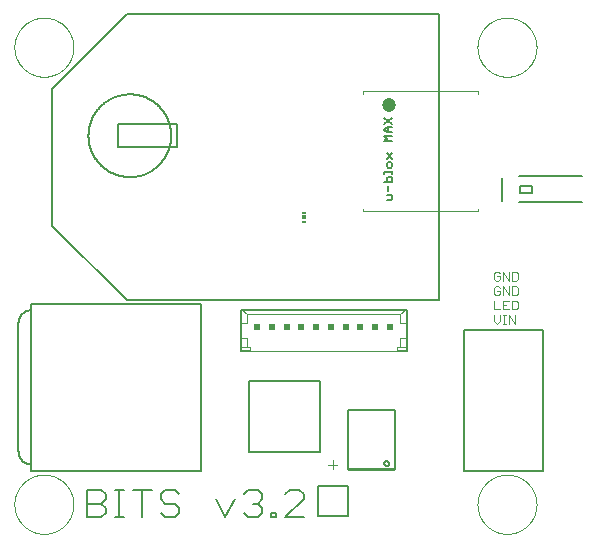
<source format=gbr>
G04 EAGLE Gerber RS-274X export*
G75*
%MOMM*%
%FSLAX34Y34*%
%LPD*%
%INSilkscreen Top*%
%IPPOS*%
%AMOC8*
5,1,8,0,0,1.08239X$1,22.5*%
G01*
%ADD10C,0.025400*%
%ADD11C,0.203200*%
%ADD12C,0.076200*%
%ADD13C,0.050800*%
%ADD14R,0.500000X0.625000*%
%ADD15R,0.300000X0.150000*%
%ADD16R,0.300000X0.300000*%
%ADD17C,0.100000*%
%ADD18C,0.127000*%
%ADD19C,1.200000*%
%ADD20C,0.128056*%
%ADD21C,0.101600*%


D10*
X188960Y-11680D02*
X188968Y-11066D01*
X188990Y-10453D01*
X189028Y-9841D01*
X189080Y-9230D01*
X189148Y-8620D01*
X189231Y-8012D01*
X189328Y-7406D01*
X189440Y-6803D01*
X189567Y-6202D01*
X189709Y-5605D01*
X189866Y-5012D01*
X190036Y-4423D01*
X190222Y-3838D01*
X190421Y-3258D01*
X190635Y-2683D01*
X190863Y-2113D01*
X191105Y-1549D01*
X191360Y-991D01*
X191629Y-440D01*
X191912Y105D01*
X192208Y642D01*
X192517Y1173D01*
X192839Y1695D01*
X193173Y2209D01*
X193520Y2715D01*
X193880Y3212D01*
X194251Y3701D01*
X194635Y4180D01*
X195030Y4649D01*
X195436Y5109D01*
X195854Y5559D01*
X196282Y5998D01*
X196721Y6426D01*
X197171Y6844D01*
X197631Y7250D01*
X198100Y7645D01*
X198579Y8029D01*
X199068Y8400D01*
X199565Y8760D01*
X200071Y9107D01*
X200585Y9441D01*
X201107Y9763D01*
X201638Y10072D01*
X202175Y10368D01*
X202720Y10651D01*
X203271Y10920D01*
X203829Y11175D01*
X204393Y11417D01*
X204963Y11645D01*
X205538Y11859D01*
X206118Y12058D01*
X206703Y12244D01*
X207292Y12414D01*
X207885Y12571D01*
X208482Y12713D01*
X209083Y12840D01*
X209686Y12952D01*
X210292Y13049D01*
X210900Y13132D01*
X211510Y13200D01*
X212121Y13252D01*
X212733Y13290D01*
X213346Y13312D01*
X213960Y13320D01*
X214574Y13312D01*
X215187Y13290D01*
X215799Y13252D01*
X216410Y13200D01*
X217020Y13132D01*
X217628Y13049D01*
X218234Y12952D01*
X218837Y12840D01*
X219438Y12713D01*
X220035Y12571D01*
X220628Y12414D01*
X221217Y12244D01*
X221802Y12058D01*
X222382Y11859D01*
X222957Y11645D01*
X223527Y11417D01*
X224091Y11175D01*
X224649Y10920D01*
X225200Y10651D01*
X225745Y10368D01*
X226282Y10072D01*
X226813Y9763D01*
X227335Y9441D01*
X227849Y9107D01*
X228355Y8760D01*
X228852Y8400D01*
X229341Y8029D01*
X229820Y7645D01*
X230289Y7250D01*
X230749Y6844D01*
X231199Y6426D01*
X231638Y5998D01*
X232066Y5559D01*
X232484Y5109D01*
X232890Y4649D01*
X233285Y4180D01*
X233669Y3701D01*
X234040Y3212D01*
X234400Y2715D01*
X234747Y2209D01*
X235081Y1695D01*
X235403Y1173D01*
X235712Y642D01*
X236008Y105D01*
X236291Y-440D01*
X236560Y-991D01*
X236815Y-1549D01*
X237057Y-2113D01*
X237285Y-2683D01*
X237499Y-3258D01*
X237698Y-3838D01*
X237884Y-4423D01*
X238054Y-5012D01*
X238211Y-5605D01*
X238353Y-6202D01*
X238480Y-6803D01*
X238592Y-7406D01*
X238689Y-8012D01*
X238772Y-8620D01*
X238840Y-9230D01*
X238892Y-9841D01*
X238930Y-10453D01*
X238952Y-11066D01*
X238960Y-11680D01*
X238952Y-12294D01*
X238930Y-12907D01*
X238892Y-13519D01*
X238840Y-14130D01*
X238772Y-14740D01*
X238689Y-15348D01*
X238592Y-15954D01*
X238480Y-16557D01*
X238353Y-17158D01*
X238211Y-17755D01*
X238054Y-18348D01*
X237884Y-18937D01*
X237698Y-19522D01*
X237499Y-20102D01*
X237285Y-20677D01*
X237057Y-21247D01*
X236815Y-21811D01*
X236560Y-22369D01*
X236291Y-22920D01*
X236008Y-23465D01*
X235712Y-24002D01*
X235403Y-24533D01*
X235081Y-25055D01*
X234747Y-25569D01*
X234400Y-26075D01*
X234040Y-26572D01*
X233669Y-27061D01*
X233285Y-27540D01*
X232890Y-28009D01*
X232484Y-28469D01*
X232066Y-28919D01*
X231638Y-29358D01*
X231199Y-29786D01*
X230749Y-30204D01*
X230289Y-30610D01*
X229820Y-31005D01*
X229341Y-31389D01*
X228852Y-31760D01*
X228355Y-32120D01*
X227849Y-32467D01*
X227335Y-32801D01*
X226813Y-33123D01*
X226282Y-33432D01*
X225745Y-33728D01*
X225200Y-34011D01*
X224649Y-34280D01*
X224091Y-34535D01*
X223527Y-34777D01*
X222957Y-35005D01*
X222382Y-35219D01*
X221802Y-35418D01*
X221217Y-35604D01*
X220628Y-35774D01*
X220035Y-35931D01*
X219438Y-36073D01*
X218837Y-36200D01*
X218234Y-36312D01*
X217628Y-36409D01*
X217020Y-36492D01*
X216410Y-36560D01*
X215799Y-36612D01*
X215187Y-36650D01*
X214574Y-36672D01*
X213960Y-36680D01*
X213346Y-36672D01*
X212733Y-36650D01*
X212121Y-36612D01*
X211510Y-36560D01*
X210900Y-36492D01*
X210292Y-36409D01*
X209686Y-36312D01*
X209083Y-36200D01*
X208482Y-36073D01*
X207885Y-35931D01*
X207292Y-35774D01*
X206703Y-35604D01*
X206118Y-35418D01*
X205538Y-35219D01*
X204963Y-35005D01*
X204393Y-34777D01*
X203829Y-34535D01*
X203271Y-34280D01*
X202720Y-34011D01*
X202175Y-33728D01*
X201638Y-33432D01*
X201107Y-33123D01*
X200585Y-32801D01*
X200071Y-32467D01*
X199565Y-32120D01*
X199068Y-31760D01*
X198579Y-31389D01*
X198100Y-31005D01*
X197631Y-30610D01*
X197171Y-30204D01*
X196721Y-29786D01*
X196282Y-29358D01*
X195854Y-28919D01*
X195436Y-28469D01*
X195030Y-28009D01*
X194635Y-27540D01*
X194251Y-27061D01*
X193880Y-26572D01*
X193520Y-26075D01*
X193173Y-25569D01*
X192839Y-25055D01*
X192517Y-24533D01*
X192208Y-24002D01*
X191912Y-23465D01*
X191629Y-22920D01*
X191360Y-22369D01*
X191105Y-21811D01*
X190863Y-21247D01*
X190635Y-20677D01*
X190421Y-20102D01*
X190222Y-19522D01*
X190036Y-18937D01*
X189866Y-18348D01*
X189709Y-17755D01*
X189567Y-17158D01*
X189440Y-16557D01*
X189328Y-15954D01*
X189231Y-15348D01*
X189148Y-14740D01*
X189080Y-14130D01*
X189028Y-13519D01*
X188990Y-12907D01*
X188968Y-12294D01*
X188960Y-11680D01*
X581040Y-11680D02*
X581048Y-11066D01*
X581070Y-10453D01*
X581108Y-9841D01*
X581160Y-9230D01*
X581228Y-8620D01*
X581311Y-8012D01*
X581408Y-7406D01*
X581520Y-6803D01*
X581647Y-6202D01*
X581789Y-5605D01*
X581946Y-5012D01*
X582116Y-4423D01*
X582302Y-3838D01*
X582501Y-3258D01*
X582715Y-2683D01*
X582943Y-2113D01*
X583185Y-1549D01*
X583440Y-991D01*
X583709Y-440D01*
X583992Y105D01*
X584288Y642D01*
X584597Y1173D01*
X584919Y1695D01*
X585253Y2209D01*
X585600Y2715D01*
X585960Y3212D01*
X586331Y3701D01*
X586715Y4180D01*
X587110Y4649D01*
X587516Y5109D01*
X587934Y5559D01*
X588362Y5998D01*
X588801Y6426D01*
X589251Y6844D01*
X589711Y7250D01*
X590180Y7645D01*
X590659Y8029D01*
X591148Y8400D01*
X591645Y8760D01*
X592151Y9107D01*
X592665Y9441D01*
X593187Y9763D01*
X593718Y10072D01*
X594255Y10368D01*
X594800Y10651D01*
X595351Y10920D01*
X595909Y11175D01*
X596473Y11417D01*
X597043Y11645D01*
X597618Y11859D01*
X598198Y12058D01*
X598783Y12244D01*
X599372Y12414D01*
X599965Y12571D01*
X600562Y12713D01*
X601163Y12840D01*
X601766Y12952D01*
X602372Y13049D01*
X602980Y13132D01*
X603590Y13200D01*
X604201Y13252D01*
X604813Y13290D01*
X605426Y13312D01*
X606040Y13320D01*
X606654Y13312D01*
X607267Y13290D01*
X607879Y13252D01*
X608490Y13200D01*
X609100Y13132D01*
X609708Y13049D01*
X610314Y12952D01*
X610917Y12840D01*
X611518Y12713D01*
X612115Y12571D01*
X612708Y12414D01*
X613297Y12244D01*
X613882Y12058D01*
X614462Y11859D01*
X615037Y11645D01*
X615607Y11417D01*
X616171Y11175D01*
X616729Y10920D01*
X617280Y10651D01*
X617825Y10368D01*
X618362Y10072D01*
X618893Y9763D01*
X619415Y9441D01*
X619929Y9107D01*
X620435Y8760D01*
X620932Y8400D01*
X621421Y8029D01*
X621900Y7645D01*
X622369Y7250D01*
X622829Y6844D01*
X623279Y6426D01*
X623718Y5998D01*
X624146Y5559D01*
X624564Y5109D01*
X624970Y4649D01*
X625365Y4180D01*
X625749Y3701D01*
X626120Y3212D01*
X626480Y2715D01*
X626827Y2209D01*
X627161Y1695D01*
X627483Y1173D01*
X627792Y642D01*
X628088Y105D01*
X628371Y-440D01*
X628640Y-991D01*
X628895Y-1549D01*
X629137Y-2113D01*
X629365Y-2683D01*
X629579Y-3258D01*
X629778Y-3838D01*
X629964Y-4423D01*
X630134Y-5012D01*
X630291Y-5605D01*
X630433Y-6202D01*
X630560Y-6803D01*
X630672Y-7406D01*
X630769Y-8012D01*
X630852Y-8620D01*
X630920Y-9230D01*
X630972Y-9841D01*
X631010Y-10453D01*
X631032Y-11066D01*
X631040Y-11680D01*
X631032Y-12294D01*
X631010Y-12907D01*
X630972Y-13519D01*
X630920Y-14130D01*
X630852Y-14740D01*
X630769Y-15348D01*
X630672Y-15954D01*
X630560Y-16557D01*
X630433Y-17158D01*
X630291Y-17755D01*
X630134Y-18348D01*
X629964Y-18937D01*
X629778Y-19522D01*
X629579Y-20102D01*
X629365Y-20677D01*
X629137Y-21247D01*
X628895Y-21811D01*
X628640Y-22369D01*
X628371Y-22920D01*
X628088Y-23465D01*
X627792Y-24002D01*
X627483Y-24533D01*
X627161Y-25055D01*
X626827Y-25569D01*
X626480Y-26075D01*
X626120Y-26572D01*
X625749Y-27061D01*
X625365Y-27540D01*
X624970Y-28009D01*
X624564Y-28469D01*
X624146Y-28919D01*
X623718Y-29358D01*
X623279Y-29786D01*
X622829Y-30204D01*
X622369Y-30610D01*
X621900Y-31005D01*
X621421Y-31389D01*
X620932Y-31760D01*
X620435Y-32120D01*
X619929Y-32467D01*
X619415Y-32801D01*
X618893Y-33123D01*
X618362Y-33432D01*
X617825Y-33728D01*
X617280Y-34011D01*
X616729Y-34280D01*
X616171Y-34535D01*
X615607Y-34777D01*
X615037Y-35005D01*
X614462Y-35219D01*
X613882Y-35418D01*
X613297Y-35604D01*
X612708Y-35774D01*
X612115Y-35931D01*
X611518Y-36073D01*
X610917Y-36200D01*
X610314Y-36312D01*
X609708Y-36409D01*
X609100Y-36492D01*
X608490Y-36560D01*
X607879Y-36612D01*
X607267Y-36650D01*
X606654Y-36672D01*
X606040Y-36680D01*
X605426Y-36672D01*
X604813Y-36650D01*
X604201Y-36612D01*
X603590Y-36560D01*
X602980Y-36492D01*
X602372Y-36409D01*
X601766Y-36312D01*
X601163Y-36200D01*
X600562Y-36073D01*
X599965Y-35931D01*
X599372Y-35774D01*
X598783Y-35604D01*
X598198Y-35418D01*
X597618Y-35219D01*
X597043Y-35005D01*
X596473Y-34777D01*
X595909Y-34535D01*
X595351Y-34280D01*
X594800Y-34011D01*
X594255Y-33728D01*
X593718Y-33432D01*
X593187Y-33123D01*
X592665Y-32801D01*
X592151Y-32467D01*
X591645Y-32120D01*
X591148Y-31760D01*
X590659Y-31389D01*
X590180Y-31005D01*
X589711Y-30610D01*
X589251Y-30204D01*
X588801Y-29786D01*
X588362Y-29358D01*
X587934Y-28919D01*
X587516Y-28469D01*
X587110Y-28009D01*
X586715Y-27540D01*
X586331Y-27061D01*
X585960Y-26572D01*
X585600Y-26075D01*
X585253Y-25569D01*
X584919Y-25055D01*
X584597Y-24533D01*
X584288Y-24002D01*
X583992Y-23465D01*
X583709Y-22920D01*
X583440Y-22369D01*
X583185Y-21811D01*
X582943Y-21247D01*
X582715Y-20677D01*
X582501Y-20102D01*
X582302Y-19522D01*
X582116Y-18937D01*
X581946Y-18348D01*
X581789Y-17755D01*
X581647Y-17158D01*
X581520Y-16557D01*
X581408Y-15954D01*
X581311Y-15348D01*
X581228Y-14740D01*
X581160Y-14130D01*
X581108Y-13519D01*
X581070Y-12907D01*
X581048Y-12294D01*
X581040Y-11680D01*
X581040Y375320D02*
X581048Y375934D01*
X581070Y376547D01*
X581108Y377159D01*
X581160Y377770D01*
X581228Y378380D01*
X581311Y378988D01*
X581408Y379594D01*
X581520Y380197D01*
X581647Y380798D01*
X581789Y381395D01*
X581946Y381988D01*
X582116Y382577D01*
X582302Y383162D01*
X582501Y383742D01*
X582715Y384317D01*
X582943Y384887D01*
X583185Y385451D01*
X583440Y386009D01*
X583709Y386560D01*
X583992Y387105D01*
X584288Y387642D01*
X584597Y388173D01*
X584919Y388695D01*
X585253Y389209D01*
X585600Y389715D01*
X585960Y390212D01*
X586331Y390701D01*
X586715Y391180D01*
X587110Y391649D01*
X587516Y392109D01*
X587934Y392559D01*
X588362Y392998D01*
X588801Y393426D01*
X589251Y393844D01*
X589711Y394250D01*
X590180Y394645D01*
X590659Y395029D01*
X591148Y395400D01*
X591645Y395760D01*
X592151Y396107D01*
X592665Y396441D01*
X593187Y396763D01*
X593718Y397072D01*
X594255Y397368D01*
X594800Y397651D01*
X595351Y397920D01*
X595909Y398175D01*
X596473Y398417D01*
X597043Y398645D01*
X597618Y398859D01*
X598198Y399058D01*
X598783Y399244D01*
X599372Y399414D01*
X599965Y399571D01*
X600562Y399713D01*
X601163Y399840D01*
X601766Y399952D01*
X602372Y400049D01*
X602980Y400132D01*
X603590Y400200D01*
X604201Y400252D01*
X604813Y400290D01*
X605426Y400312D01*
X606040Y400320D01*
X606654Y400312D01*
X607267Y400290D01*
X607879Y400252D01*
X608490Y400200D01*
X609100Y400132D01*
X609708Y400049D01*
X610314Y399952D01*
X610917Y399840D01*
X611518Y399713D01*
X612115Y399571D01*
X612708Y399414D01*
X613297Y399244D01*
X613882Y399058D01*
X614462Y398859D01*
X615037Y398645D01*
X615607Y398417D01*
X616171Y398175D01*
X616729Y397920D01*
X617280Y397651D01*
X617825Y397368D01*
X618362Y397072D01*
X618893Y396763D01*
X619415Y396441D01*
X619929Y396107D01*
X620435Y395760D01*
X620932Y395400D01*
X621421Y395029D01*
X621900Y394645D01*
X622369Y394250D01*
X622829Y393844D01*
X623279Y393426D01*
X623718Y392998D01*
X624146Y392559D01*
X624564Y392109D01*
X624970Y391649D01*
X625365Y391180D01*
X625749Y390701D01*
X626120Y390212D01*
X626480Y389715D01*
X626827Y389209D01*
X627161Y388695D01*
X627483Y388173D01*
X627792Y387642D01*
X628088Y387105D01*
X628371Y386560D01*
X628640Y386009D01*
X628895Y385451D01*
X629137Y384887D01*
X629365Y384317D01*
X629579Y383742D01*
X629778Y383162D01*
X629964Y382577D01*
X630134Y381988D01*
X630291Y381395D01*
X630433Y380798D01*
X630560Y380197D01*
X630672Y379594D01*
X630769Y378988D01*
X630852Y378380D01*
X630920Y377770D01*
X630972Y377159D01*
X631010Y376547D01*
X631032Y375934D01*
X631040Y375320D01*
X631032Y374706D01*
X631010Y374093D01*
X630972Y373481D01*
X630920Y372870D01*
X630852Y372260D01*
X630769Y371652D01*
X630672Y371046D01*
X630560Y370443D01*
X630433Y369842D01*
X630291Y369245D01*
X630134Y368652D01*
X629964Y368063D01*
X629778Y367478D01*
X629579Y366898D01*
X629365Y366323D01*
X629137Y365753D01*
X628895Y365189D01*
X628640Y364631D01*
X628371Y364080D01*
X628088Y363535D01*
X627792Y362998D01*
X627483Y362467D01*
X627161Y361945D01*
X626827Y361431D01*
X626480Y360925D01*
X626120Y360428D01*
X625749Y359939D01*
X625365Y359460D01*
X624970Y358991D01*
X624564Y358531D01*
X624146Y358081D01*
X623718Y357642D01*
X623279Y357214D01*
X622829Y356796D01*
X622369Y356390D01*
X621900Y355995D01*
X621421Y355611D01*
X620932Y355240D01*
X620435Y354880D01*
X619929Y354533D01*
X619415Y354199D01*
X618893Y353877D01*
X618362Y353568D01*
X617825Y353272D01*
X617280Y352989D01*
X616729Y352720D01*
X616171Y352465D01*
X615607Y352223D01*
X615037Y351995D01*
X614462Y351781D01*
X613882Y351582D01*
X613297Y351396D01*
X612708Y351226D01*
X612115Y351069D01*
X611518Y350927D01*
X610917Y350800D01*
X610314Y350688D01*
X609708Y350591D01*
X609100Y350508D01*
X608490Y350440D01*
X607879Y350388D01*
X607267Y350350D01*
X606654Y350328D01*
X606040Y350320D01*
X605426Y350328D01*
X604813Y350350D01*
X604201Y350388D01*
X603590Y350440D01*
X602980Y350508D01*
X602372Y350591D01*
X601766Y350688D01*
X601163Y350800D01*
X600562Y350927D01*
X599965Y351069D01*
X599372Y351226D01*
X598783Y351396D01*
X598198Y351582D01*
X597618Y351781D01*
X597043Y351995D01*
X596473Y352223D01*
X595909Y352465D01*
X595351Y352720D01*
X594800Y352989D01*
X594255Y353272D01*
X593718Y353568D01*
X593187Y353877D01*
X592665Y354199D01*
X592151Y354533D01*
X591645Y354880D01*
X591148Y355240D01*
X590659Y355611D01*
X590180Y355995D01*
X589711Y356390D01*
X589251Y356796D01*
X588801Y357214D01*
X588362Y357642D01*
X587934Y358081D01*
X587516Y358531D01*
X587110Y358991D01*
X586715Y359460D01*
X586331Y359939D01*
X585960Y360428D01*
X585600Y360925D01*
X585253Y361431D01*
X584919Y361945D01*
X584597Y362467D01*
X584288Y362998D01*
X583992Y363535D01*
X583709Y364080D01*
X583440Y364631D01*
X583185Y365189D01*
X582943Y365753D01*
X582715Y366323D01*
X582501Y366898D01*
X582302Y367478D01*
X582116Y368063D01*
X581946Y368652D01*
X581789Y369245D01*
X581647Y369842D01*
X581520Y370443D01*
X581408Y371046D01*
X581311Y371652D01*
X581228Y372260D01*
X581160Y372870D01*
X581108Y373481D01*
X581070Y374093D01*
X581048Y374706D01*
X581040Y375320D01*
X188960Y375320D02*
X188968Y375934D01*
X188990Y376547D01*
X189028Y377159D01*
X189080Y377770D01*
X189148Y378380D01*
X189231Y378988D01*
X189328Y379594D01*
X189440Y380197D01*
X189567Y380798D01*
X189709Y381395D01*
X189866Y381988D01*
X190036Y382577D01*
X190222Y383162D01*
X190421Y383742D01*
X190635Y384317D01*
X190863Y384887D01*
X191105Y385451D01*
X191360Y386009D01*
X191629Y386560D01*
X191912Y387105D01*
X192208Y387642D01*
X192517Y388173D01*
X192839Y388695D01*
X193173Y389209D01*
X193520Y389715D01*
X193880Y390212D01*
X194251Y390701D01*
X194635Y391180D01*
X195030Y391649D01*
X195436Y392109D01*
X195854Y392559D01*
X196282Y392998D01*
X196721Y393426D01*
X197171Y393844D01*
X197631Y394250D01*
X198100Y394645D01*
X198579Y395029D01*
X199068Y395400D01*
X199565Y395760D01*
X200071Y396107D01*
X200585Y396441D01*
X201107Y396763D01*
X201638Y397072D01*
X202175Y397368D01*
X202720Y397651D01*
X203271Y397920D01*
X203829Y398175D01*
X204393Y398417D01*
X204963Y398645D01*
X205538Y398859D01*
X206118Y399058D01*
X206703Y399244D01*
X207292Y399414D01*
X207885Y399571D01*
X208482Y399713D01*
X209083Y399840D01*
X209686Y399952D01*
X210292Y400049D01*
X210900Y400132D01*
X211510Y400200D01*
X212121Y400252D01*
X212733Y400290D01*
X213346Y400312D01*
X213960Y400320D01*
X214574Y400312D01*
X215187Y400290D01*
X215799Y400252D01*
X216410Y400200D01*
X217020Y400132D01*
X217628Y400049D01*
X218234Y399952D01*
X218837Y399840D01*
X219438Y399713D01*
X220035Y399571D01*
X220628Y399414D01*
X221217Y399244D01*
X221802Y399058D01*
X222382Y398859D01*
X222957Y398645D01*
X223527Y398417D01*
X224091Y398175D01*
X224649Y397920D01*
X225200Y397651D01*
X225745Y397368D01*
X226282Y397072D01*
X226813Y396763D01*
X227335Y396441D01*
X227849Y396107D01*
X228355Y395760D01*
X228852Y395400D01*
X229341Y395029D01*
X229820Y394645D01*
X230289Y394250D01*
X230749Y393844D01*
X231199Y393426D01*
X231638Y392998D01*
X232066Y392559D01*
X232484Y392109D01*
X232890Y391649D01*
X233285Y391180D01*
X233669Y390701D01*
X234040Y390212D01*
X234400Y389715D01*
X234747Y389209D01*
X235081Y388695D01*
X235403Y388173D01*
X235712Y387642D01*
X236008Y387105D01*
X236291Y386560D01*
X236560Y386009D01*
X236815Y385451D01*
X237057Y384887D01*
X237285Y384317D01*
X237499Y383742D01*
X237698Y383162D01*
X237884Y382577D01*
X238054Y381988D01*
X238211Y381395D01*
X238353Y380798D01*
X238480Y380197D01*
X238592Y379594D01*
X238689Y378988D01*
X238772Y378380D01*
X238840Y377770D01*
X238892Y377159D01*
X238930Y376547D01*
X238952Y375934D01*
X238960Y375320D01*
X238952Y374706D01*
X238930Y374093D01*
X238892Y373481D01*
X238840Y372870D01*
X238772Y372260D01*
X238689Y371652D01*
X238592Y371046D01*
X238480Y370443D01*
X238353Y369842D01*
X238211Y369245D01*
X238054Y368652D01*
X237884Y368063D01*
X237698Y367478D01*
X237499Y366898D01*
X237285Y366323D01*
X237057Y365753D01*
X236815Y365189D01*
X236560Y364631D01*
X236291Y364080D01*
X236008Y363535D01*
X235712Y362998D01*
X235403Y362467D01*
X235081Y361945D01*
X234747Y361431D01*
X234400Y360925D01*
X234040Y360428D01*
X233669Y359939D01*
X233285Y359460D01*
X232890Y358991D01*
X232484Y358531D01*
X232066Y358081D01*
X231638Y357642D01*
X231199Y357214D01*
X230749Y356796D01*
X230289Y356390D01*
X229820Y355995D01*
X229341Y355611D01*
X228852Y355240D01*
X228355Y354880D01*
X227849Y354533D01*
X227335Y354199D01*
X226813Y353877D01*
X226282Y353568D01*
X225745Y353272D01*
X225200Y352989D01*
X224649Y352720D01*
X224091Y352465D01*
X223527Y352223D01*
X222957Y351995D01*
X222382Y351781D01*
X221802Y351582D01*
X221217Y351396D01*
X220628Y351226D01*
X220035Y351069D01*
X219438Y350927D01*
X218837Y350800D01*
X218234Y350688D01*
X217628Y350591D01*
X217020Y350508D01*
X216410Y350440D01*
X215799Y350388D01*
X215187Y350350D01*
X214574Y350328D01*
X213960Y350320D01*
X213346Y350328D01*
X212733Y350350D01*
X212121Y350388D01*
X211510Y350440D01*
X210900Y350508D01*
X210292Y350591D01*
X209686Y350688D01*
X209083Y350800D01*
X208482Y350927D01*
X207885Y351069D01*
X207292Y351226D01*
X206703Y351396D01*
X206118Y351582D01*
X205538Y351781D01*
X204963Y351995D01*
X204393Y352223D01*
X203829Y352465D01*
X203271Y352720D01*
X202720Y352989D01*
X202175Y353272D01*
X201638Y353568D01*
X201107Y353877D01*
X200585Y354199D01*
X200071Y354533D01*
X199565Y354880D01*
X199068Y355240D01*
X198579Y355611D01*
X198100Y355995D01*
X197631Y356390D01*
X197171Y356796D01*
X196721Y357214D01*
X196282Y357642D01*
X195854Y358081D01*
X195436Y358531D01*
X195030Y358991D01*
X194635Y359460D01*
X194251Y359939D01*
X193880Y360428D01*
X193520Y360925D01*
X193173Y361431D01*
X192839Y361945D01*
X192517Y362467D01*
X192208Y362998D01*
X191912Y363535D01*
X191629Y364080D01*
X191360Y364631D01*
X191105Y365189D01*
X190863Y365753D01*
X190635Y366323D01*
X190421Y366898D01*
X190222Y367478D01*
X190036Y368063D01*
X189866Y368652D01*
X189709Y369245D01*
X189567Y369842D01*
X189440Y370443D01*
X189328Y371046D01*
X189231Y371652D01*
X189148Y372260D01*
X189080Y372870D01*
X189028Y373481D01*
X188990Y374093D01*
X188968Y374706D01*
X188960Y375320D01*
D11*
X250617Y652D02*
X250617Y-22736D01*
X250617Y652D02*
X262311Y652D01*
X266209Y-3246D01*
X266209Y-7144D01*
X262311Y-11042D01*
X266209Y-14940D01*
X266209Y-18838D01*
X262311Y-22736D01*
X250617Y-22736D01*
X250617Y-11042D02*
X262311Y-11042D01*
X274005Y-22736D02*
X281801Y-22736D01*
X277903Y-22736D02*
X277903Y652D01*
X274005Y652D02*
X281801Y652D01*
X297393Y652D02*
X297393Y-22736D01*
X289597Y652D02*
X305189Y652D01*
X324679Y652D02*
X328577Y-3246D01*
X324679Y652D02*
X316883Y652D01*
X312985Y-3246D01*
X312985Y-7144D01*
X316883Y-11042D01*
X324679Y-11042D01*
X328577Y-14940D01*
X328577Y-18838D01*
X324679Y-22736D01*
X316883Y-22736D01*
X312985Y-18838D01*
X359761Y-7144D02*
X367557Y-22736D01*
X375353Y-7144D01*
X383149Y-3246D02*
X387047Y652D01*
X394843Y652D01*
X398741Y-3246D01*
X398741Y-7144D01*
X394843Y-11042D01*
X390945Y-11042D01*
X394843Y-11042D02*
X398741Y-14940D01*
X398741Y-18838D01*
X394843Y-22736D01*
X387047Y-22736D01*
X383149Y-18838D01*
X406537Y-18838D02*
X406537Y-22736D01*
X406537Y-18838D02*
X410435Y-18838D01*
X410435Y-22736D01*
X406537Y-22736D01*
X418231Y-22736D02*
X433823Y-22736D01*
X418231Y-22736D02*
X433823Y-7144D01*
X433823Y-3246D01*
X429925Y652D01*
X422129Y652D01*
X418231Y-3246D01*
D12*
X600063Y183817D02*
X598835Y185045D01*
X596377Y185045D01*
X595149Y183817D01*
X595149Y178902D01*
X596377Y177673D01*
X598835Y177673D01*
X600063Y178902D01*
X600063Y181359D01*
X597606Y181359D01*
X602633Y177673D02*
X602633Y185045D01*
X607548Y177673D01*
X607548Y185045D01*
X610117Y185045D02*
X610117Y177673D01*
X613803Y177673D01*
X615032Y178902D01*
X615032Y183817D01*
X613803Y185045D01*
X610117Y185045D01*
X598835Y172853D02*
X600063Y171625D01*
X598835Y172853D02*
X596377Y172853D01*
X595149Y171625D01*
X595149Y166710D01*
X596377Y165481D01*
X598835Y165481D01*
X600063Y166710D01*
X600063Y169167D01*
X597606Y169167D01*
X602633Y165481D02*
X602633Y172853D01*
X607548Y165481D01*
X607548Y172853D01*
X610117Y172853D02*
X610117Y165481D01*
X613803Y165481D01*
X615032Y166710D01*
X615032Y171625D01*
X613803Y172853D01*
X610117Y172853D01*
X595149Y160661D02*
X595149Y153289D01*
X600063Y153289D01*
X602633Y160661D02*
X607548Y160661D01*
X602633Y160661D02*
X602633Y153289D01*
X607548Y153289D01*
X605090Y156975D02*
X602633Y156975D01*
X610117Y160661D02*
X610117Y153289D01*
X613803Y153289D01*
X615032Y154518D01*
X615032Y159433D01*
X613803Y160661D01*
X610117Y160661D01*
X595149Y148469D02*
X595149Y143554D01*
X597606Y141097D01*
X600063Y143554D01*
X600063Y148469D01*
X602633Y141097D02*
X605090Y141097D01*
X603861Y141097D02*
X603861Y148469D01*
X602633Y148469D02*
X605090Y148469D01*
X607622Y148469D02*
X607622Y141097D01*
X612537Y141097D02*
X607622Y148469D01*
X612537Y148469D02*
X612537Y141097D01*
D11*
X388236Y117858D02*
X380486Y117858D01*
D13*
X388236Y117858D02*
X513236Y117858D01*
D11*
X520986Y117858D01*
X520986Y152858D01*
X519486Y152858D01*
X381986Y152858D01*
X380486Y152858D01*
X380486Y117858D01*
D13*
X380736Y141608D02*
X385736Y141608D01*
X515736Y141608D02*
X520736Y141608D01*
X385736Y129108D02*
X380736Y129108D01*
X385736Y129108D02*
X385736Y121608D01*
X515736Y129108D02*
X520736Y129108D01*
X515736Y129108D02*
X515736Y121608D01*
X385736Y141608D02*
X385736Y149108D01*
X515736Y149108D01*
X515736Y141608D01*
X385736Y149108D02*
X381986Y152858D01*
X515736Y149108D02*
X519486Y152858D01*
X385736Y121608D02*
X380736Y121608D01*
X385736Y121608D02*
X388236Y121608D01*
X388236Y117858D01*
X515736Y121608D02*
X520736Y121608D01*
X515736Y121608D02*
X513236Y121608D01*
X513236Y117858D01*
D14*
X394486Y138483D03*
X406986Y138483D03*
X419486Y138483D03*
X431986Y138483D03*
X444486Y138483D03*
X456986Y138483D03*
X469486Y138483D03*
X481986Y138483D03*
X494486Y138483D03*
X506986Y138483D03*
D15*
X433878Y235198D03*
X433878Y227698D03*
D16*
X433878Y231448D03*
D17*
X581286Y335481D02*
X581286Y337981D01*
X484286Y337981D01*
X484286Y335481D01*
X484286Y236981D02*
X581286Y236981D01*
X484286Y236981D02*
X484286Y238481D01*
X581286Y238481D02*
X581286Y236981D01*
D18*
X507548Y245832D02*
X504116Y245832D01*
X507548Y245832D02*
X508692Y246976D01*
X508692Y250408D01*
X504116Y250408D01*
X505260Y253316D02*
X505260Y257892D01*
X501828Y260800D02*
X508692Y260800D01*
X508692Y264232D01*
X507548Y265376D01*
X505260Y265376D01*
X504116Y264232D01*
X504116Y260800D01*
X501828Y268284D02*
X501828Y269428D01*
X508692Y269428D01*
X508692Y268284D02*
X508692Y270572D01*
X508692Y274418D02*
X508692Y276706D01*
X507548Y277850D01*
X505260Y277850D01*
X504116Y276706D01*
X504116Y274418D01*
X505260Y273274D01*
X507548Y273274D01*
X508692Y274418D01*
X504116Y280758D02*
X508692Y285334D01*
X508692Y280758D02*
X504116Y285334D01*
X501828Y295726D02*
X508692Y295726D01*
X504116Y298014D02*
X501828Y295726D01*
X504116Y298014D02*
X501828Y300302D01*
X508692Y300302D01*
X508692Y303210D02*
X504116Y303210D01*
X501828Y305498D01*
X504116Y307786D01*
X508692Y307786D01*
X505260Y307786D02*
X505260Y303210D01*
X501828Y310695D02*
X508692Y315271D01*
X508692Y310695D02*
X501828Y315271D01*
D19*
X506286Y325981D03*
D11*
X615795Y265868D02*
X669795Y265868D01*
X669795Y243868D02*
X615795Y243868D01*
X616795Y251868D02*
X616795Y257868D01*
X616795Y251868D02*
X626795Y251868D01*
X626795Y257868D01*
X616795Y257868D01*
X601795Y264868D02*
X601795Y244868D01*
D18*
X251682Y300412D02*
X251693Y301271D01*
X251724Y302129D01*
X251777Y302987D01*
X251851Y303843D01*
X251945Y304696D01*
X252061Y305548D01*
X252197Y306396D01*
X252355Y307240D01*
X252532Y308081D01*
X252731Y308916D01*
X252950Y309747D01*
X253189Y310572D01*
X253449Y311391D01*
X253728Y312203D01*
X254027Y313008D01*
X254346Y313806D01*
X254685Y314595D01*
X255042Y315376D01*
X255419Y316148D01*
X255815Y316911D01*
X256229Y317663D01*
X256661Y318406D01*
X257112Y319137D01*
X257581Y319857D01*
X258067Y320565D01*
X258570Y321261D01*
X259090Y321945D01*
X259627Y322616D01*
X260180Y323273D01*
X260749Y323917D01*
X261333Y324546D01*
X261933Y325161D01*
X262548Y325761D01*
X263177Y326345D01*
X263821Y326914D01*
X264478Y327467D01*
X265149Y328004D01*
X265833Y328524D01*
X266529Y329027D01*
X267237Y329513D01*
X267957Y329982D01*
X268688Y330433D01*
X269431Y330865D01*
X270183Y331279D01*
X270946Y331675D01*
X271718Y332052D01*
X272499Y332409D01*
X273288Y332748D01*
X274086Y333067D01*
X274891Y333366D01*
X275703Y333645D01*
X276522Y333905D01*
X277347Y334144D01*
X278178Y334363D01*
X279013Y334562D01*
X279854Y334739D01*
X280698Y334897D01*
X281546Y335033D01*
X282398Y335149D01*
X283251Y335243D01*
X284107Y335317D01*
X284965Y335370D01*
X285823Y335401D01*
X286682Y335412D01*
X287541Y335401D01*
X288399Y335370D01*
X289257Y335317D01*
X290113Y335243D01*
X290966Y335149D01*
X291818Y335033D01*
X292666Y334897D01*
X293510Y334739D01*
X294351Y334562D01*
X295186Y334363D01*
X296017Y334144D01*
X296842Y333905D01*
X297661Y333645D01*
X298473Y333366D01*
X299278Y333067D01*
X300076Y332748D01*
X300865Y332409D01*
X301646Y332052D01*
X302418Y331675D01*
X303181Y331279D01*
X303933Y330865D01*
X304676Y330433D01*
X305407Y329982D01*
X306127Y329513D01*
X306835Y329027D01*
X307531Y328524D01*
X308215Y328004D01*
X308886Y327467D01*
X309543Y326914D01*
X310187Y326345D01*
X310816Y325761D01*
X311431Y325161D01*
X312031Y324546D01*
X312615Y323917D01*
X313184Y323273D01*
X313737Y322616D01*
X314274Y321945D01*
X314794Y321261D01*
X315297Y320565D01*
X315783Y319857D01*
X316252Y319137D01*
X316703Y318406D01*
X317135Y317663D01*
X317549Y316911D01*
X317945Y316148D01*
X318322Y315376D01*
X318679Y314595D01*
X319018Y313806D01*
X319337Y313008D01*
X319636Y312203D01*
X319915Y311391D01*
X320175Y310572D01*
X320414Y309747D01*
X320633Y308916D01*
X320832Y308081D01*
X321009Y307240D01*
X321167Y306396D01*
X321303Y305548D01*
X321419Y304696D01*
X321513Y303843D01*
X321587Y302987D01*
X321640Y302129D01*
X321671Y301271D01*
X321682Y300412D01*
X321671Y299553D01*
X321640Y298695D01*
X321587Y297837D01*
X321513Y296981D01*
X321419Y296128D01*
X321303Y295276D01*
X321167Y294428D01*
X321009Y293584D01*
X320832Y292743D01*
X320633Y291908D01*
X320414Y291077D01*
X320175Y290252D01*
X319915Y289433D01*
X319636Y288621D01*
X319337Y287816D01*
X319018Y287018D01*
X318679Y286229D01*
X318322Y285448D01*
X317945Y284676D01*
X317549Y283913D01*
X317135Y283161D01*
X316703Y282418D01*
X316252Y281687D01*
X315783Y280967D01*
X315297Y280259D01*
X314794Y279563D01*
X314274Y278879D01*
X313737Y278208D01*
X313184Y277551D01*
X312615Y276907D01*
X312031Y276278D01*
X311431Y275663D01*
X310816Y275063D01*
X310187Y274479D01*
X309543Y273910D01*
X308886Y273357D01*
X308215Y272820D01*
X307531Y272300D01*
X306835Y271797D01*
X306127Y271311D01*
X305407Y270842D01*
X304676Y270391D01*
X303933Y269959D01*
X303181Y269545D01*
X302418Y269149D01*
X301646Y268772D01*
X300865Y268415D01*
X300076Y268076D01*
X299278Y267757D01*
X298473Y267458D01*
X297661Y267179D01*
X296842Y266919D01*
X296017Y266680D01*
X295186Y266461D01*
X294351Y266262D01*
X293510Y266085D01*
X292666Y265927D01*
X291818Y265791D01*
X290966Y265675D01*
X290113Y265581D01*
X289257Y265507D01*
X288399Y265454D01*
X287541Y265423D01*
X286682Y265412D01*
X285823Y265423D01*
X284965Y265454D01*
X284107Y265507D01*
X283251Y265581D01*
X282398Y265675D01*
X281546Y265791D01*
X280698Y265927D01*
X279854Y266085D01*
X279013Y266262D01*
X278178Y266461D01*
X277347Y266680D01*
X276522Y266919D01*
X275703Y267179D01*
X274891Y267458D01*
X274086Y267757D01*
X273288Y268076D01*
X272499Y268415D01*
X271718Y268772D01*
X270946Y269149D01*
X270183Y269545D01*
X269431Y269959D01*
X268688Y270391D01*
X267957Y270842D01*
X267237Y271311D01*
X266529Y271797D01*
X265833Y272300D01*
X265149Y272820D01*
X264478Y273357D01*
X263821Y273910D01*
X263177Y274479D01*
X262548Y275063D01*
X261933Y275663D01*
X261333Y276278D01*
X260749Y276907D01*
X260180Y277551D01*
X259627Y278208D01*
X259090Y278879D01*
X258570Y279563D01*
X258067Y280259D01*
X257581Y280967D01*
X257112Y281687D01*
X256661Y282418D01*
X256229Y283161D01*
X255815Y283913D01*
X255419Y284676D01*
X255042Y285448D01*
X254685Y286229D01*
X254346Y287018D01*
X254027Y287816D01*
X253728Y288621D01*
X253449Y289433D01*
X253189Y290252D01*
X252950Y291077D01*
X252731Y291908D01*
X252532Y292743D01*
X252355Y293584D01*
X252197Y294428D01*
X252061Y295276D01*
X251945Y296128D01*
X251851Y296981D01*
X251777Y297837D01*
X251724Y298695D01*
X251693Y299553D01*
X251682Y300412D01*
X326682Y290412D02*
X326682Y310412D01*
X276682Y310412D01*
X276682Y290412D01*
X326682Y290412D01*
D20*
X344782Y291812D03*
D18*
X346791Y158039D02*
X202791Y158039D01*
X202791Y16539D01*
X346791Y16539D01*
X346791Y158039D01*
X192291Y143039D02*
X192291Y33039D01*
X192486Y33178D02*
X192481Y32921D01*
X192483Y32664D01*
X192491Y32407D01*
X192505Y32150D01*
X192526Y31894D01*
X192553Y31638D01*
X192586Y31383D01*
X192625Y31128D01*
X192671Y30875D01*
X192723Y30623D01*
X192781Y30373D01*
X192845Y30123D01*
X192915Y29876D01*
X192991Y29630D01*
X193074Y29387D01*
X193162Y29145D01*
X193256Y28905D01*
X193356Y28668D01*
X193462Y28434D01*
X193573Y28202D01*
X193690Y27973D01*
X193813Y27747D01*
X193941Y27524D01*
X194075Y27304D01*
X194214Y27088D01*
X194359Y26875D01*
X194508Y26665D01*
X194663Y26460D01*
X194822Y26258D01*
X194987Y26060D01*
X195156Y25866D01*
X195330Y25677D01*
X195509Y25492D01*
X195692Y25311D01*
X195879Y25135D01*
X196071Y24963D01*
X196267Y24797D01*
X196467Y24635D01*
X196671Y24478D01*
X196878Y24326D01*
X197089Y24179D01*
X197304Y24038D01*
X197523Y23901D01*
X197744Y23771D01*
X197969Y23645D01*
X198196Y23525D01*
X198427Y23411D01*
X198660Y23303D01*
X198896Y23200D01*
X199134Y23103D01*
X199375Y23012D01*
X199618Y22927D01*
X199863Y22848D01*
X200109Y22775D01*
X200358Y22708D01*
X200608Y22647D01*
X200859Y22592D01*
X201112Y22544D01*
X201365Y22501D01*
X201620Y22465D01*
X201876Y22436D01*
X202132Y22412D01*
X202388Y22395D01*
X202646Y22384D01*
X192486Y142399D02*
X192489Y142645D01*
X192498Y142890D01*
X192513Y143135D01*
X192533Y143380D01*
X192560Y143624D01*
X192593Y143867D01*
X192631Y144110D01*
X192675Y144351D01*
X192725Y144591D01*
X192781Y144830D01*
X192843Y145068D01*
X192910Y145304D01*
X192983Y145539D01*
X193062Y145771D01*
X193146Y146002D01*
X193236Y146230D01*
X193331Y146457D01*
X193432Y146680D01*
X193538Y146902D01*
X193650Y147121D01*
X193766Y147337D01*
X193888Y147550D01*
X194015Y147760D01*
X194147Y147967D01*
X194284Y148171D01*
X194426Y148371D01*
X194573Y148568D01*
X194725Y148761D01*
X194881Y148951D01*
X195041Y149136D01*
X195206Y149318D01*
X195376Y149496D01*
X195549Y149669D01*
X195727Y149839D01*
X195909Y150004D01*
X196094Y150164D01*
X196284Y150320D01*
X196477Y150472D01*
X196674Y150619D01*
X196874Y150761D01*
X197078Y150898D01*
X197285Y151030D01*
X197495Y151157D01*
X197708Y151279D01*
X197924Y151395D01*
X198143Y151507D01*
X198365Y151613D01*
X198588Y151714D01*
X198815Y151809D01*
X199043Y151899D01*
X199274Y151983D01*
X199506Y152062D01*
X199741Y152135D01*
X199977Y152202D01*
X200215Y152264D01*
X200454Y152320D01*
X200694Y152370D01*
X200935Y152414D01*
X201178Y152452D01*
X201421Y152485D01*
X201665Y152512D01*
X201910Y152532D01*
X202155Y152547D01*
X202400Y152556D01*
X202646Y152559D01*
X447979Y92379D02*
X447979Y32379D01*
X387979Y32379D01*
X387979Y92379D01*
X447979Y92379D01*
X471410Y67975D02*
X471410Y17975D01*
X471410Y67975D02*
X511410Y67975D01*
X511410Y17975D01*
X471410Y17975D01*
X472360Y17575D02*
X510460Y17575D01*
X510460Y68375D02*
X472360Y68375D01*
X502110Y22975D02*
X502112Y23064D01*
X502118Y23153D01*
X502128Y23242D01*
X502142Y23330D01*
X502159Y23417D01*
X502181Y23503D01*
X502207Y23589D01*
X502236Y23673D01*
X502269Y23756D01*
X502305Y23837D01*
X502346Y23917D01*
X502389Y23994D01*
X502436Y24070D01*
X502487Y24143D01*
X502540Y24214D01*
X502597Y24283D01*
X502657Y24349D01*
X502720Y24413D01*
X502785Y24473D01*
X502853Y24531D01*
X502924Y24585D01*
X502997Y24636D01*
X503072Y24684D01*
X503149Y24729D01*
X503228Y24770D01*
X503309Y24807D01*
X503391Y24841D01*
X503475Y24872D01*
X503560Y24898D01*
X503646Y24921D01*
X503733Y24939D01*
X503821Y24954D01*
X503910Y24965D01*
X503999Y24972D01*
X504088Y24975D01*
X504177Y24974D01*
X504266Y24969D01*
X504354Y24960D01*
X504443Y24947D01*
X504530Y24930D01*
X504617Y24910D01*
X504703Y24885D01*
X504787Y24857D01*
X504870Y24825D01*
X504952Y24789D01*
X505032Y24750D01*
X505110Y24707D01*
X505186Y24661D01*
X505260Y24611D01*
X505332Y24558D01*
X505401Y24502D01*
X505468Y24443D01*
X505532Y24381D01*
X505593Y24317D01*
X505652Y24249D01*
X505707Y24179D01*
X505759Y24107D01*
X505808Y24032D01*
X505853Y23956D01*
X505895Y23877D01*
X505933Y23797D01*
X505968Y23715D01*
X505999Y23631D01*
X506027Y23546D01*
X506050Y23460D01*
X506070Y23373D01*
X506086Y23286D01*
X506098Y23197D01*
X506106Y23109D01*
X506110Y23020D01*
X506110Y22930D01*
X506106Y22841D01*
X506098Y22753D01*
X506086Y22664D01*
X506070Y22577D01*
X506050Y22490D01*
X506027Y22404D01*
X505999Y22319D01*
X505968Y22235D01*
X505933Y22153D01*
X505895Y22073D01*
X505853Y21994D01*
X505808Y21918D01*
X505759Y21843D01*
X505707Y21771D01*
X505652Y21701D01*
X505593Y21633D01*
X505532Y21569D01*
X505468Y21507D01*
X505401Y21448D01*
X505332Y21392D01*
X505260Y21339D01*
X505186Y21289D01*
X505110Y21243D01*
X505032Y21200D01*
X504952Y21161D01*
X504870Y21125D01*
X504787Y21093D01*
X504703Y21065D01*
X504617Y21040D01*
X504530Y21020D01*
X504443Y21003D01*
X504354Y20990D01*
X504266Y20981D01*
X504177Y20976D01*
X504088Y20975D01*
X503999Y20978D01*
X503910Y20985D01*
X503821Y20996D01*
X503733Y21011D01*
X503646Y21029D01*
X503560Y21052D01*
X503475Y21078D01*
X503391Y21109D01*
X503309Y21143D01*
X503228Y21180D01*
X503149Y21221D01*
X503072Y21266D01*
X502997Y21314D01*
X502924Y21365D01*
X502853Y21419D01*
X502785Y21477D01*
X502720Y21537D01*
X502657Y21601D01*
X502597Y21667D01*
X502540Y21736D01*
X502487Y21807D01*
X502436Y21880D01*
X502389Y21956D01*
X502346Y22033D01*
X502305Y22113D01*
X502269Y22194D01*
X502236Y22277D01*
X502207Y22361D01*
X502181Y22447D01*
X502159Y22533D01*
X502142Y22620D01*
X502128Y22708D01*
X502118Y22797D01*
X502112Y22886D01*
X502110Y22975D01*
X446250Y3543D02*
X446250Y-21857D01*
X471650Y-21857D01*
X471650Y3543D01*
X446250Y3543D01*
D21*
X458310Y18021D02*
X458310Y25817D01*
X454412Y21919D02*
X462208Y21919D01*
D11*
X548340Y161070D02*
X284290Y161070D01*
X221040Y224320D01*
X221040Y339820D01*
X284290Y403070D01*
X548340Y403070D01*
X548340Y161070D01*
D18*
X636750Y136200D02*
X636750Y16200D01*
X636750Y136200D02*
X569750Y136200D01*
X569750Y16200D01*
X636750Y16200D01*
M02*

</source>
